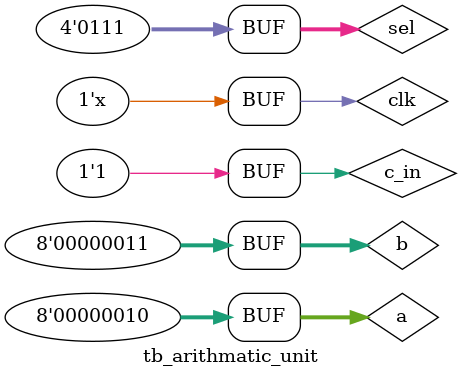
<source format=v>
`timescale 1ns / 1ps


module tb_arithmatic_unit;

	// Inputs
	reg [7:0] a;
	reg [7:0] b;
	reg clk;
	reg [3:0] sel;
	reg c_in;

	// Outputs
	wire [7:0] c_out;

	// Instantiate the Unit Under Test (UUT)
	arithmatic_unit uut (
		.a(a), 
		.b(b), 
		.clk(clk), 
		.sel(sel), 
		.c_in(c_in), 
		.c_out(c_out)
	);


	initial clk = 1;
	always #10 clk =~clk;
	
	initial begin
		// Initialize Inputs
		a = 2;
		b = 3;
		sel = 0;
		c_in = 1;

		// Wait 100 ns for global reset to finish
		#100;
      sel = 1;
		#100;
      sel = 2;
		#100;
      sel = 3;
		#100;
      sel = 4;
		#100;
      sel = 5;
		#100;
      sel = 6;
		#100;
      sel = 7;
		// Add stimulus here

	end
      
endmodule


</source>
